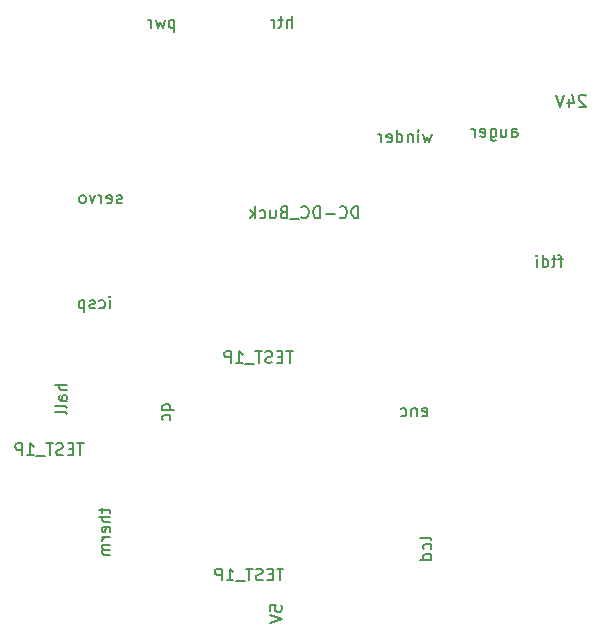
<source format=gbr>
G04 #@! TF.FileFunction,Other,Fab,Bot*
%FSLAX46Y46*%
G04 Gerber Fmt 4.6, Leading zero omitted, Abs format (unit mm)*
G04 Created by KiCad (PCBNEW 4.0.2+dfsg1-stable) date Thu 14 Apr 2016 07:40:31 AM EDT*
%MOMM*%
G01*
G04 APERTURE LIST*
%ADD10C,0.100000*%
%ADD11C,0.150000*%
G04 APERTURE END LIST*
D10*
D11*
X10707714Y11064619D02*
X10707714Y10683667D01*
X10374381Y10921762D02*
X11231524Y10921762D01*
X11326762Y10874143D01*
X11374381Y10778905D01*
X11374381Y10683667D01*
X11374381Y10350333D02*
X10374381Y10350333D01*
X11374381Y9921761D02*
X10850571Y9921761D01*
X10755333Y9969380D01*
X10707714Y10064618D01*
X10707714Y10207476D01*
X10755333Y10302714D01*
X10802952Y10350333D01*
X11326762Y9064618D02*
X11374381Y9159856D01*
X11374381Y9350333D01*
X11326762Y9445571D01*
X11231524Y9493190D01*
X10850571Y9493190D01*
X10755333Y9445571D01*
X10707714Y9350333D01*
X10707714Y9159856D01*
X10755333Y9064618D01*
X10850571Y9016999D01*
X10945810Y9016999D01*
X11041048Y9493190D01*
X11374381Y8588428D02*
X10707714Y8588428D01*
X10898190Y8588428D02*
X10802952Y8540809D01*
X10755333Y8493190D01*
X10707714Y8397952D01*
X10707714Y8302713D01*
X11374381Y7969380D02*
X10707714Y7969380D01*
X10802952Y7969380D02*
X10755333Y7921761D01*
X10707714Y7826523D01*
X10707714Y7683665D01*
X10755333Y7588427D01*
X10850571Y7540808D01*
X11374381Y7540808D01*
X10850571Y7540808D02*
X10755333Y7493189D01*
X10707714Y7397951D01*
X10707714Y7255094D01*
X10755333Y7159856D01*
X10850571Y7112237D01*
X11374381Y7112237D01*
X38552381Y8381905D02*
X38504762Y8477143D01*
X38409524Y8524762D01*
X37552381Y8524762D01*
X38504762Y7572380D02*
X38552381Y7667618D01*
X38552381Y7858095D01*
X38504762Y7953333D01*
X38457143Y8000952D01*
X38361905Y8048571D01*
X38076190Y8048571D01*
X37980952Y8000952D01*
X37933333Y7953333D01*
X37885714Y7858095D01*
X37885714Y7667618D01*
X37933333Y7572380D01*
X38552381Y6715237D02*
X37552381Y6715237D01*
X38504762Y6715237D02*
X38552381Y6810475D01*
X38552381Y7000952D01*
X38504762Y7096190D01*
X38457143Y7143809D01*
X38361905Y7191428D01*
X38076190Y7191428D01*
X37980952Y7143809D01*
X37933333Y7096190D01*
X37885714Y7000952D01*
X37885714Y6810475D01*
X37933333Y6715237D01*
X15787714Y19391285D02*
X16787714Y19391285D01*
X16406762Y19391285D02*
X16454381Y19486523D01*
X16454381Y19677000D01*
X16406762Y19772238D01*
X16359143Y19819857D01*
X16263905Y19867476D01*
X15978190Y19867476D01*
X15882952Y19819857D01*
X15835333Y19772238D01*
X15787714Y19677000D01*
X15787714Y19486523D01*
X15835333Y19391285D01*
X16406762Y18486523D02*
X16454381Y18581761D01*
X16454381Y18772238D01*
X16406762Y18867476D01*
X16359143Y18915095D01*
X16263905Y18962714D01*
X15978190Y18962714D01*
X15882952Y18915095D01*
X15835333Y18867476D01*
X15787714Y18772238D01*
X15787714Y18581761D01*
X15835333Y18486523D01*
X49680667Y32143285D02*
X49299715Y32143285D01*
X49537810Y31476618D02*
X49537810Y32333761D01*
X49490191Y32428999D01*
X49394953Y32476618D01*
X49299715Y32476618D01*
X49109238Y32143285D02*
X48728286Y32143285D01*
X48966381Y32476618D02*
X48966381Y31619475D01*
X48918762Y31524237D01*
X48823524Y31476618D01*
X48728286Y31476618D01*
X47966380Y31476618D02*
X47966380Y32476618D01*
X47966380Y31524237D02*
X48061618Y31476618D01*
X48252095Y31476618D01*
X48347333Y31524237D01*
X48394952Y31571856D01*
X48442571Y31667094D01*
X48442571Y31952809D01*
X48394952Y32048047D01*
X48347333Y32095666D01*
X48252095Y32143285D01*
X48061618Y32143285D01*
X47966380Y32095666D01*
X47490190Y31476618D02*
X47490190Y32143285D01*
X47490190Y32476618D02*
X47537809Y32428999D01*
X47490190Y32381380D01*
X47442571Y32428999D01*
X47490190Y32476618D01*
X47490190Y32381380D01*
X12326715Y36933238D02*
X12231477Y36885619D01*
X12041001Y36885619D01*
X11945762Y36933238D01*
X11898143Y37028476D01*
X11898143Y37076095D01*
X11945762Y37171333D01*
X12041001Y37218952D01*
X12183858Y37218952D01*
X12279096Y37266571D01*
X12326715Y37361810D01*
X12326715Y37409429D01*
X12279096Y37504667D01*
X12183858Y37552286D01*
X12041001Y37552286D01*
X11945762Y37504667D01*
X11088619Y36933238D02*
X11183857Y36885619D01*
X11374334Y36885619D01*
X11469572Y36933238D01*
X11517191Y37028476D01*
X11517191Y37409429D01*
X11469572Y37504667D01*
X11374334Y37552286D01*
X11183857Y37552286D01*
X11088619Y37504667D01*
X11041000Y37409429D01*
X11041000Y37314190D01*
X11517191Y37218952D01*
X10612429Y36885619D02*
X10612429Y37552286D01*
X10612429Y37361810D02*
X10564810Y37457048D01*
X10517191Y37504667D01*
X10421953Y37552286D01*
X10326714Y37552286D01*
X10088619Y37552286D02*
X9850524Y36885619D01*
X9612428Y37552286D01*
X9088619Y36885619D02*
X9183857Y36933238D01*
X9231476Y36980857D01*
X9279095Y37076095D01*
X9279095Y37361810D01*
X9231476Y37457048D01*
X9183857Y37504667D01*
X9088619Y37552286D01*
X8945761Y37552286D01*
X8850523Y37504667D01*
X8802904Y37457048D01*
X8755285Y37361810D01*
X8755285Y37076095D01*
X8802904Y36980857D01*
X8850523Y36933238D01*
X8945761Y36885619D01*
X9088619Y36885619D01*
X7691381Y21510477D02*
X6691381Y21510477D01*
X7691381Y21081905D02*
X7167571Y21081905D01*
X7072333Y21129524D01*
X7024714Y21224762D01*
X7024714Y21367620D01*
X7072333Y21462858D01*
X7119952Y21510477D01*
X7691381Y20177143D02*
X7167571Y20177143D01*
X7072333Y20224762D01*
X7024714Y20320000D01*
X7024714Y20510477D01*
X7072333Y20605715D01*
X7643762Y20177143D02*
X7691381Y20272381D01*
X7691381Y20510477D01*
X7643762Y20605715D01*
X7548524Y20653334D01*
X7453286Y20653334D01*
X7358048Y20605715D01*
X7310429Y20510477D01*
X7310429Y20272381D01*
X7262810Y20177143D01*
X7691381Y19558096D02*
X7643762Y19653334D01*
X7548524Y19700953D01*
X6691381Y19700953D01*
X7691381Y19034286D02*
X7643762Y19129524D01*
X7548524Y19177143D01*
X6691381Y19177143D01*
X37774476Y18899238D02*
X37869714Y18851619D01*
X38060191Y18851619D01*
X38155429Y18899238D01*
X38203048Y18994476D01*
X38203048Y19375429D01*
X38155429Y19470667D01*
X38060191Y19518286D01*
X37869714Y19518286D01*
X37774476Y19470667D01*
X37726857Y19375429D01*
X37726857Y19280190D01*
X38203048Y19184952D01*
X37298286Y19518286D02*
X37298286Y18851619D01*
X37298286Y19423048D02*
X37250667Y19470667D01*
X37155429Y19518286D01*
X37012571Y19518286D01*
X36917333Y19470667D01*
X36869714Y19375429D01*
X36869714Y18851619D01*
X35964952Y18899238D02*
X36060190Y18851619D01*
X36250667Y18851619D01*
X36345905Y18899238D01*
X36393524Y18946857D01*
X36441143Y19042095D01*
X36441143Y19327810D01*
X36393524Y19423048D01*
X36345905Y19470667D01*
X36250667Y19518286D01*
X36060190Y19518286D01*
X35964952Y19470667D01*
X11318714Y27995619D02*
X11318714Y28662286D01*
X11318714Y28995619D02*
X11366333Y28948000D01*
X11318714Y28900381D01*
X11271095Y28948000D01*
X11318714Y28995619D01*
X11318714Y28900381D01*
X10413952Y28043238D02*
X10509190Y27995619D01*
X10699667Y27995619D01*
X10794905Y28043238D01*
X10842524Y28090857D01*
X10890143Y28186095D01*
X10890143Y28471810D01*
X10842524Y28567048D01*
X10794905Y28614667D01*
X10699667Y28662286D01*
X10509190Y28662286D01*
X10413952Y28614667D01*
X10033000Y28043238D02*
X9937762Y27995619D01*
X9747286Y27995619D01*
X9652047Y28043238D01*
X9604428Y28138476D01*
X9604428Y28186095D01*
X9652047Y28281333D01*
X9747286Y28328952D01*
X9890143Y28328952D01*
X9985381Y28376571D01*
X10033000Y28471810D01*
X10033000Y28519429D01*
X9985381Y28614667D01*
X9890143Y28662286D01*
X9747286Y28662286D01*
X9652047Y28614667D01*
X9175857Y28662286D02*
X9175857Y27662286D01*
X9175857Y28614667D02*
X9080619Y28662286D01*
X8890142Y28662286D01*
X8794904Y28614667D01*
X8747285Y28567048D01*
X8699666Y28471810D01*
X8699666Y28186095D01*
X8747285Y28090857D01*
X8794904Y28043238D01*
X8890142Y27995619D01*
X9080619Y27995619D01*
X9175857Y28043238D01*
X26717524Y51744619D02*
X26717524Y52744619D01*
X26288952Y51744619D02*
X26288952Y52268429D01*
X26336571Y52363667D01*
X26431809Y52411286D01*
X26574667Y52411286D01*
X26669905Y52363667D01*
X26717524Y52316048D01*
X25955619Y52411286D02*
X25574667Y52411286D01*
X25812762Y52744619D02*
X25812762Y51887476D01*
X25765143Y51792238D01*
X25669905Y51744619D01*
X25574667Y51744619D01*
X25241333Y51744619D02*
X25241333Y52411286D01*
X25241333Y52220810D02*
X25193714Y52316048D01*
X25146095Y52363667D01*
X25050857Y52411286D01*
X24955618Y52411286D01*
X16795619Y52411286D02*
X16795619Y51411286D01*
X16795619Y52363667D02*
X16700381Y52411286D01*
X16509904Y52411286D01*
X16414666Y52363667D01*
X16367047Y52316048D01*
X16319428Y52220810D01*
X16319428Y51935095D01*
X16367047Y51839857D01*
X16414666Y51792238D01*
X16509904Y51744619D01*
X16700381Y51744619D01*
X16795619Y51792238D01*
X15986095Y52411286D02*
X15795619Y51744619D01*
X15605142Y52220810D01*
X15414666Y51744619D01*
X15224190Y52411286D01*
X14843238Y51744619D02*
X14843238Y52411286D01*
X14843238Y52220810D02*
X14795619Y52316048D01*
X14748000Y52363667D01*
X14652762Y52411286D01*
X14557523Y52411286D01*
X51609476Y45970381D02*
X51561857Y46018000D01*
X51466619Y46065619D01*
X51228523Y46065619D01*
X51133285Y46018000D01*
X51085666Y45970381D01*
X51038047Y45875143D01*
X51038047Y45779905D01*
X51085666Y45637048D01*
X51657095Y45065619D01*
X51038047Y45065619D01*
X50180904Y45732286D02*
X50180904Y45065619D01*
X50419000Y46113238D02*
X50657095Y45398952D01*
X50038047Y45398952D01*
X49799952Y46065619D02*
X49466619Y45065619D01*
X49133285Y46065619D01*
X24904381Y2349476D02*
X24904381Y2825667D01*
X25380571Y2873286D01*
X25332952Y2825667D01*
X25285333Y2730429D01*
X25285333Y2492333D01*
X25332952Y2397095D01*
X25380571Y2349476D01*
X25475810Y2301857D01*
X25713905Y2301857D01*
X25809143Y2349476D01*
X25856762Y2397095D01*
X25904381Y2492333D01*
X25904381Y2730429D01*
X25856762Y2825667D01*
X25809143Y2873286D01*
X24904381Y2016143D02*
X25904381Y1682810D01*
X24904381Y1349476D01*
X32360619Y35615619D02*
X32360619Y36615619D01*
X32122524Y36615619D01*
X31979666Y36568000D01*
X31884428Y36472762D01*
X31836809Y36377524D01*
X31789190Y36187048D01*
X31789190Y36044190D01*
X31836809Y35853714D01*
X31884428Y35758476D01*
X31979666Y35663238D01*
X32122524Y35615619D01*
X32360619Y35615619D01*
X30789190Y35710857D02*
X30836809Y35663238D01*
X30979666Y35615619D01*
X31074904Y35615619D01*
X31217762Y35663238D01*
X31313000Y35758476D01*
X31360619Y35853714D01*
X31408238Y36044190D01*
X31408238Y36187048D01*
X31360619Y36377524D01*
X31313000Y36472762D01*
X31217762Y36568000D01*
X31074904Y36615619D01*
X30979666Y36615619D01*
X30836809Y36568000D01*
X30789190Y36520381D01*
X30360619Y35996571D02*
X29598714Y35996571D01*
X29122524Y35615619D02*
X29122524Y36615619D01*
X28884429Y36615619D01*
X28741571Y36568000D01*
X28646333Y36472762D01*
X28598714Y36377524D01*
X28551095Y36187048D01*
X28551095Y36044190D01*
X28598714Y35853714D01*
X28646333Y35758476D01*
X28741571Y35663238D01*
X28884429Y35615619D01*
X29122524Y35615619D01*
X27551095Y35710857D02*
X27598714Y35663238D01*
X27741571Y35615619D01*
X27836809Y35615619D01*
X27979667Y35663238D01*
X28074905Y35758476D01*
X28122524Y35853714D01*
X28170143Y36044190D01*
X28170143Y36187048D01*
X28122524Y36377524D01*
X28074905Y36472762D01*
X27979667Y36568000D01*
X27836809Y36615619D01*
X27741571Y36615619D01*
X27598714Y36568000D01*
X27551095Y36520381D01*
X27360619Y35520381D02*
X26598714Y35520381D01*
X26027285Y36139429D02*
X25884428Y36091810D01*
X25836809Y36044190D01*
X25789190Y35948952D01*
X25789190Y35806095D01*
X25836809Y35710857D01*
X25884428Y35663238D01*
X25979666Y35615619D01*
X26360619Y35615619D01*
X26360619Y36615619D01*
X26027285Y36615619D01*
X25932047Y36568000D01*
X25884428Y36520381D01*
X25836809Y36425143D01*
X25836809Y36329905D01*
X25884428Y36234667D01*
X25932047Y36187048D01*
X26027285Y36139429D01*
X26360619Y36139429D01*
X24932047Y36282286D02*
X24932047Y35615619D01*
X25360619Y36282286D02*
X25360619Y35758476D01*
X25313000Y35663238D01*
X25217762Y35615619D01*
X25074904Y35615619D01*
X24979666Y35663238D01*
X24932047Y35710857D01*
X24027285Y35663238D02*
X24122523Y35615619D01*
X24313000Y35615619D01*
X24408238Y35663238D01*
X24455857Y35710857D01*
X24503476Y35806095D01*
X24503476Y36091810D01*
X24455857Y36187048D01*
X24408238Y36234667D01*
X24313000Y36282286D01*
X24122523Y36282286D01*
X24027285Y36234667D01*
X23598714Y35615619D02*
X23598714Y36615619D01*
X23503476Y35996571D02*
X23217761Y35615619D01*
X23217761Y36282286D02*
X23598714Y35901333D01*
X38583905Y42707286D02*
X38393429Y42040619D01*
X38202952Y42516810D01*
X38012476Y42040619D01*
X37822000Y42707286D01*
X37441048Y42040619D02*
X37441048Y42707286D01*
X37441048Y43040619D02*
X37488667Y42993000D01*
X37441048Y42945381D01*
X37393429Y42993000D01*
X37441048Y43040619D01*
X37441048Y42945381D01*
X36964858Y42707286D02*
X36964858Y42040619D01*
X36964858Y42612048D02*
X36917239Y42659667D01*
X36822001Y42707286D01*
X36679143Y42707286D01*
X36583905Y42659667D01*
X36536286Y42564429D01*
X36536286Y42040619D01*
X35631524Y42040619D02*
X35631524Y43040619D01*
X35631524Y42088238D02*
X35726762Y42040619D01*
X35917239Y42040619D01*
X36012477Y42088238D01*
X36060096Y42135857D01*
X36107715Y42231095D01*
X36107715Y42516810D01*
X36060096Y42612048D01*
X36012477Y42659667D01*
X35917239Y42707286D01*
X35726762Y42707286D01*
X35631524Y42659667D01*
X34774381Y42088238D02*
X34869619Y42040619D01*
X35060096Y42040619D01*
X35155334Y42088238D01*
X35202953Y42183476D01*
X35202953Y42564429D01*
X35155334Y42659667D01*
X35060096Y42707286D01*
X34869619Y42707286D01*
X34774381Y42659667D01*
X34726762Y42564429D01*
X34726762Y42469190D01*
X35202953Y42373952D01*
X34298191Y42040619D02*
X34298191Y42707286D01*
X34298191Y42516810D02*
X34250572Y42612048D01*
X34202953Y42659667D01*
X34107715Y42707286D01*
X34012476Y42707286D01*
X45370571Y42513619D02*
X45370571Y43037429D01*
X45418190Y43132667D01*
X45513428Y43180286D01*
X45703905Y43180286D01*
X45799143Y43132667D01*
X45370571Y42561238D02*
X45465809Y42513619D01*
X45703905Y42513619D01*
X45799143Y42561238D01*
X45846762Y42656476D01*
X45846762Y42751714D01*
X45799143Y42846952D01*
X45703905Y42894571D01*
X45465809Y42894571D01*
X45370571Y42942190D01*
X44465809Y43180286D02*
X44465809Y42513619D01*
X44894381Y43180286D02*
X44894381Y42656476D01*
X44846762Y42561238D01*
X44751524Y42513619D01*
X44608666Y42513619D01*
X44513428Y42561238D01*
X44465809Y42608857D01*
X43561047Y43180286D02*
X43561047Y42370762D01*
X43608666Y42275524D01*
X43656285Y42227905D01*
X43751524Y42180286D01*
X43894381Y42180286D01*
X43989619Y42227905D01*
X43561047Y42561238D02*
X43656285Y42513619D01*
X43846762Y42513619D01*
X43942000Y42561238D01*
X43989619Y42608857D01*
X44037238Y42704095D01*
X44037238Y42989810D01*
X43989619Y43085048D01*
X43942000Y43132667D01*
X43846762Y43180286D01*
X43656285Y43180286D01*
X43561047Y43132667D01*
X42703904Y42561238D02*
X42799142Y42513619D01*
X42989619Y42513619D01*
X43084857Y42561238D01*
X43132476Y42656476D01*
X43132476Y43037429D01*
X43084857Y43132667D01*
X42989619Y43180286D01*
X42799142Y43180286D01*
X42703904Y43132667D01*
X42656285Y43037429D01*
X42656285Y42942190D01*
X43132476Y42846952D01*
X42227714Y42513619D02*
X42227714Y43180286D01*
X42227714Y42989810D02*
X42180095Y43085048D01*
X42132476Y43132667D01*
X42037238Y43180286D01*
X41941999Y43180286D01*
X9127381Y16550619D02*
X8555952Y16550619D01*
X8841667Y15550619D02*
X8841667Y16550619D01*
X8222619Y16074429D02*
X7889285Y16074429D01*
X7746428Y15550619D02*
X8222619Y15550619D01*
X8222619Y16550619D01*
X7746428Y16550619D01*
X7365476Y15598238D02*
X7222619Y15550619D01*
X6984523Y15550619D01*
X6889285Y15598238D01*
X6841666Y15645857D01*
X6794047Y15741095D01*
X6794047Y15836333D01*
X6841666Y15931571D01*
X6889285Y15979190D01*
X6984523Y16026810D01*
X7175000Y16074429D01*
X7270238Y16122048D01*
X7317857Y16169667D01*
X7365476Y16264905D01*
X7365476Y16360143D01*
X7317857Y16455381D01*
X7270238Y16503000D01*
X7175000Y16550619D01*
X6936904Y16550619D01*
X6794047Y16503000D01*
X6508333Y16550619D02*
X5936904Y16550619D01*
X6222619Y15550619D02*
X6222619Y16550619D01*
X5841666Y15455381D02*
X5079761Y15455381D01*
X4317856Y15550619D02*
X4889285Y15550619D01*
X4603571Y15550619D02*
X4603571Y16550619D01*
X4698809Y16407762D01*
X4794047Y16312524D01*
X4889285Y16264905D01*
X3889285Y15550619D02*
X3889285Y16550619D01*
X3508332Y16550619D01*
X3413094Y16503000D01*
X3365475Y16455381D01*
X3317856Y16360143D01*
X3317856Y16217286D01*
X3365475Y16122048D01*
X3413094Y16074429D01*
X3508332Y16026810D01*
X3889285Y16026810D01*
X26027381Y5950619D02*
X25455952Y5950619D01*
X25741667Y4950619D02*
X25741667Y5950619D01*
X25122619Y5474429D02*
X24789285Y5474429D01*
X24646428Y4950619D02*
X25122619Y4950619D01*
X25122619Y5950619D01*
X24646428Y5950619D01*
X24265476Y4998238D02*
X24122619Y4950619D01*
X23884523Y4950619D01*
X23789285Y4998238D01*
X23741666Y5045857D01*
X23694047Y5141095D01*
X23694047Y5236333D01*
X23741666Y5331571D01*
X23789285Y5379190D01*
X23884523Y5426810D01*
X24075000Y5474429D01*
X24170238Y5522048D01*
X24217857Y5569667D01*
X24265476Y5664905D01*
X24265476Y5760143D01*
X24217857Y5855381D01*
X24170238Y5903000D01*
X24075000Y5950619D01*
X23836904Y5950619D01*
X23694047Y5903000D01*
X23408333Y5950619D02*
X22836904Y5950619D01*
X23122619Y4950619D02*
X23122619Y5950619D01*
X22741666Y4855381D02*
X21979761Y4855381D01*
X21217856Y4950619D02*
X21789285Y4950619D01*
X21503571Y4950619D02*
X21503571Y5950619D01*
X21598809Y5807762D01*
X21694047Y5712524D01*
X21789285Y5664905D01*
X20789285Y4950619D02*
X20789285Y5950619D01*
X20408332Y5950619D01*
X20313094Y5903000D01*
X20265475Y5855381D01*
X20217856Y5760143D01*
X20217856Y5617286D01*
X20265475Y5522048D01*
X20313094Y5474429D01*
X20408332Y5426810D01*
X20789285Y5426810D01*
X26827381Y24350619D02*
X26255952Y24350619D01*
X26541667Y23350619D02*
X26541667Y24350619D01*
X25922619Y23874429D02*
X25589285Y23874429D01*
X25446428Y23350619D02*
X25922619Y23350619D01*
X25922619Y24350619D01*
X25446428Y24350619D01*
X25065476Y23398238D02*
X24922619Y23350619D01*
X24684523Y23350619D01*
X24589285Y23398238D01*
X24541666Y23445857D01*
X24494047Y23541095D01*
X24494047Y23636333D01*
X24541666Y23731571D01*
X24589285Y23779190D01*
X24684523Y23826810D01*
X24875000Y23874429D01*
X24970238Y23922048D01*
X25017857Y23969667D01*
X25065476Y24064905D01*
X25065476Y24160143D01*
X25017857Y24255381D01*
X24970238Y24303000D01*
X24875000Y24350619D01*
X24636904Y24350619D01*
X24494047Y24303000D01*
X24208333Y24350619D02*
X23636904Y24350619D01*
X23922619Y23350619D02*
X23922619Y24350619D01*
X23541666Y23255381D02*
X22779761Y23255381D01*
X22017856Y23350619D02*
X22589285Y23350619D01*
X22303571Y23350619D02*
X22303571Y24350619D01*
X22398809Y24207762D01*
X22494047Y24112524D01*
X22589285Y24064905D01*
X21589285Y23350619D02*
X21589285Y24350619D01*
X21208332Y24350619D01*
X21113094Y24303000D01*
X21065475Y24255381D01*
X21017856Y24160143D01*
X21017856Y24017286D01*
X21065475Y23922048D01*
X21113094Y23874429D01*
X21208332Y23826810D01*
X21589285Y23826810D01*
M02*

</source>
